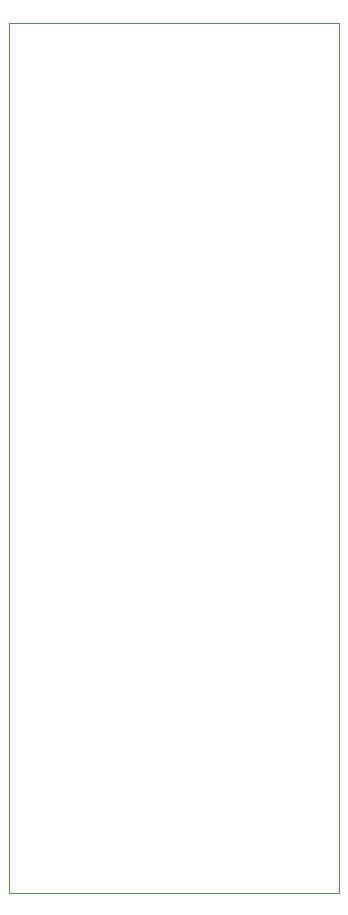
<source format=gbr>
%TF.GenerationSoftware,KiCad,Pcbnew,7.0.1*%
%TF.CreationDate,2023-04-03T21:17:09-03:00*%
%TF.ProjectId,main,6d61696e-2e6b-4696-9361-645f70636258,rev?*%
%TF.SameCoordinates,Original*%
%TF.FileFunction,Profile,NP*%
%FSLAX46Y46*%
G04 Gerber Fmt 4.6, Leading zero omitted, Abs format (unit mm)*
G04 Created by KiCad (PCBNEW 7.0.1) date 2023-04-03 21:17:09*
%MOMM*%
%LPD*%
G01*
G04 APERTURE LIST*
%TA.AperFunction,Profile*%
%ADD10C,0.100000*%
%TD*%
G04 APERTURE END LIST*
D10*
X106680000Y-26035000D02*
X134620000Y-26035000D01*
X134620000Y-99695000D01*
X106680000Y-99695000D01*
X106680000Y-26035000D01*
M02*

</source>
